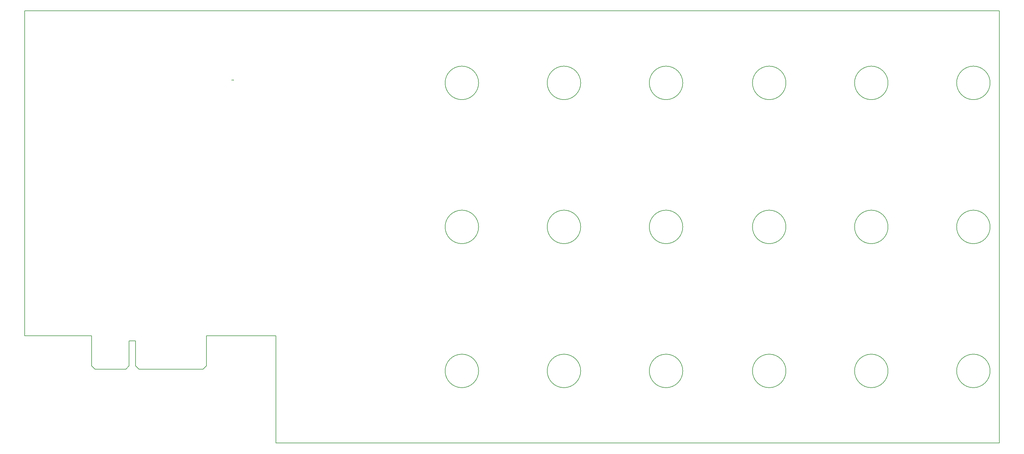
<source format=gbr>
G04 #@! TF.GenerationSoftware,KiCad,Pcbnew,6.0.7-f9a2dced07~116~ubuntu22.04.1*
G04 #@! TF.CreationDate,2023-05-03T15:08:04+01:00*
G04 #@! TF.ProjectId,hiltop_backplane_brd,68696c74-6f70-45f6-9261-636b706c616e,A*
G04 #@! TF.SameCoordinates,Original*
G04 #@! TF.FileFunction,Other,ECO1*
%FSLAX46Y46*%
G04 Gerber Fmt 4.6, Leading zero omitted, Abs format (unit mm)*
G04 Created by KiCad (PCBNEW 6.0.7-f9a2dced07~116~ubuntu22.04.1) date 2023-05-03 15:08:04*
%MOMM*%
%LPD*%
G01*
G04 APERTURE LIST*
G04 #@! TA.AperFunction,Profile*
%ADD10C,0.150000*%
G04 #@! TD*
%ADD11C,0.030000*%
G04 APERTURE END LIST*
D10*
X179840000Y-50700000D02*
G75*
G03*
X179840000Y-50700000I-5000000J0D01*
G01*
X210320000Y-50700000D02*
G75*
G03*
X210320000Y-50700000I-5000000J0D01*
G01*
X240800000Y-50700000D02*
G75*
G03*
X240800000Y-50700000I-5000000J0D01*
G01*
X210320000Y-93700000D02*
G75*
G03*
X210320000Y-93700000I-5000000J0D01*
G01*
X240800000Y-93700000D02*
G75*
G03*
X240800000Y-93700000I-5000000J0D01*
G01*
X179840000Y-136700000D02*
G75*
G03*
X179840000Y-136700000I-5000000J0D01*
G01*
X210320000Y-136700000D02*
G75*
G03*
X210320000Y-136700000I-5000000J0D01*
G01*
X240800000Y-136700000D02*
G75*
G03*
X240800000Y-136700000I-5000000J0D01*
G01*
X179840000Y-93700000D02*
G75*
G03*
X179840000Y-93700000I-5000000J0D01*
G01*
X271600000Y-136700000D02*
G75*
G03*
X271600000Y-136700000I-5000000J0D01*
G01*
X65300000Y-136200000D02*
X74500000Y-136200000D01*
X75500000Y-135200000D02*
X75500000Y-127700000D01*
X98600000Y-126200000D02*
X119300000Y-126200000D01*
X302080000Y-136700000D02*
G75*
G03*
X302080000Y-136700000I-5000000J0D01*
G01*
X332560000Y-93700000D02*
G75*
G03*
X332560000Y-93700000I-5000000J0D01*
G01*
X75500000Y-135200000D02*
X74500000Y-136200000D01*
X97600000Y-136200000D02*
X98600000Y-135200000D01*
X332560000Y-50700000D02*
G75*
G03*
X332560000Y-50700000I-5000000J0D01*
G01*
X271600000Y-50700000D02*
G75*
G03*
X271600000Y-50700000I-5000000J0D01*
G01*
X302080000Y-93700000D02*
G75*
G03*
X302080000Y-93700000I-5000000J0D01*
G01*
X44300000Y-29200000D02*
X335300000Y-29200000D01*
X64300000Y-135200000D02*
X64300000Y-126200000D01*
X271600000Y-93700000D02*
G75*
G03*
X271600000Y-93700000I-5000000J0D01*
G01*
X332560000Y-136700000D02*
G75*
G03*
X332560000Y-136700000I-5000000J0D01*
G01*
X77400000Y-135200000D02*
X78400000Y-136200000D01*
X119300000Y-136200000D02*
X119300000Y-158200000D01*
X44300000Y-126200000D02*
X44300000Y-29200000D01*
X119300000Y-126200000D02*
X119300000Y-136200000D01*
X78400000Y-136200000D02*
X97600000Y-136200000D01*
X64300000Y-135200000D02*
X65300000Y-136200000D01*
X75500000Y-127700000D02*
X77400000Y-127700000D01*
X98600000Y-135200000D02*
X98600000Y-127700000D01*
X335300000Y-29200000D02*
X335300000Y-158200000D01*
X302080000Y-50700000D02*
G75*
G03*
X302080000Y-50700000I-5000000J0D01*
G01*
X98600000Y-127700000D02*
X98600000Y-126200000D01*
X335300000Y-158200000D02*
X119300000Y-158200000D01*
X77400000Y-127700000D02*
X77400000Y-135200000D01*
X64300000Y-126200000D02*
X44300000Y-126200000D01*
D11*
X106157142Y-49635714D02*
X106157142Y-49850000D01*
X106142857Y-49892857D01*
X106114285Y-49921428D01*
X106071428Y-49935714D01*
X106042857Y-49935714D01*
X106457142Y-49935714D02*
X106285714Y-49935714D01*
X106371428Y-49935714D02*
X106371428Y-49635714D01*
X106342857Y-49678571D01*
X106314285Y-49707142D01*
X106285714Y-49721428D01*
X106742857Y-49935714D02*
X106571428Y-49935714D01*
X106657142Y-49935714D02*
X106657142Y-49635714D01*
X106628571Y-49678571D01*
X106600000Y-49707142D01*
X106571428Y-49721428D01*
M02*

</source>
